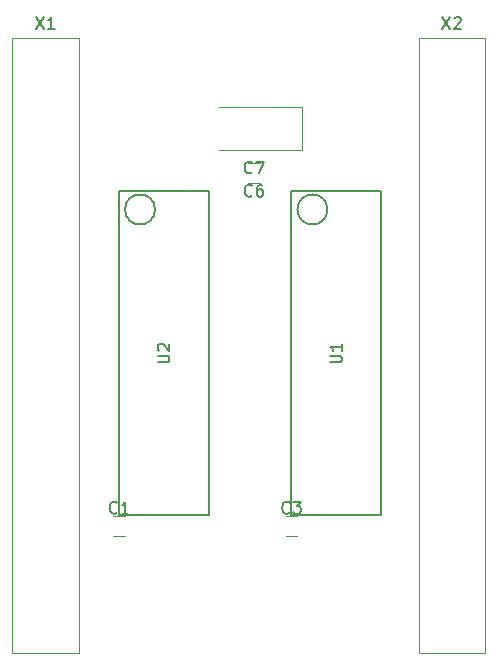
<source format=gto>
G04 #@! TF.GenerationSoftware,KiCad,Pcbnew,(5.0.1-3-g963ef8bb5)*
G04 #@! TF.CreationDate,2019-05-17T23:10:43-07:00*
G04 #@! TF.ProjectId,oakram,6F616B72616D2E6B696361645F706362,rev?*
G04 #@! TF.SameCoordinates,Original*
G04 #@! TF.FileFunction,Legend,Top*
G04 #@! TF.FilePolarity,Positive*
%FSLAX46Y46*%
G04 Gerber Fmt 4.6, Leading zero omitted, Abs format (unit mm)*
G04 Created by KiCad (PCBNEW (5.0.1-3-g963ef8bb5)) date Friday, May 17, 2019 at 11:10:43 PM*
%MOMM*%
%LPD*%
G01*
G04 APERTURE LIST*
%ADD10C,0.150000*%
%ADD11C,0.100000*%
%ADD12C,0.120000*%
G04 APERTURE END LIST*
D10*
G04 #@! TO.C,U2*
X137160000Y-87884000D02*
X137160000Y-115316000D01*
X129540000Y-115316000D02*
X129540000Y-87884000D01*
X129540000Y-87884000D02*
X137160000Y-87884000D01*
X129540000Y-115316000D02*
X137160000Y-115316000D01*
X132588000Y-89408000D02*
G75*
G03X132588000Y-89408000I-1270000J0D01*
G01*
G04 #@! TO.C,U1*
X147193000Y-89408000D02*
G75*
G03X147193000Y-89408000I-1270000J0D01*
G01*
X144145000Y-115316000D02*
X151765000Y-115316000D01*
X144145000Y-87884000D02*
X151765000Y-87884000D01*
X144145000Y-115316000D02*
X144145000Y-87884000D01*
X151765000Y-87884000D02*
X151765000Y-115316000D01*
D11*
G04 #@! TO.C,X1*
X120520000Y-74930000D02*
X126120000Y-74930000D01*
X126120000Y-74930000D02*
X126120000Y-127000000D01*
X126120000Y-127000000D02*
X120520000Y-127000000D01*
X120520000Y-127000000D02*
X120520000Y-74930000D01*
G04 #@! TO.C,X2*
X154934000Y-127000000D02*
X154934000Y-74930000D01*
X160534000Y-127000000D02*
X154934000Y-127000000D01*
X160534000Y-74930000D02*
X160534000Y-127000000D01*
X154934000Y-74930000D02*
X160534000Y-74930000D01*
D12*
G04 #@! TO.C,C1*
X129040000Y-117055000D02*
X130040000Y-117055000D01*
X130040000Y-115355000D02*
X129040000Y-115355000D01*
G04 #@! TO.C,C3*
X143645000Y-117055000D02*
X144645000Y-117055000D01*
X144645000Y-115355000D02*
X143645000Y-115355000D01*
G04 #@! TO.C,C6*
X140470000Y-87210000D02*
X141470000Y-87210000D01*
X141470000Y-85510000D02*
X140470000Y-85510000D01*
G04 #@! TO.C,C7*
X145070000Y-84400000D02*
X145070000Y-80700000D01*
X145070000Y-80700000D02*
X137970000Y-80700000D01*
X145070000Y-84400000D02*
X137970000Y-84400000D01*
G04 #@! TO.C,U2*
D10*
X132802380Y-102361904D02*
X133611904Y-102361904D01*
X133707142Y-102314285D01*
X133754761Y-102266666D01*
X133802380Y-102171428D01*
X133802380Y-101980952D01*
X133754761Y-101885714D01*
X133707142Y-101838095D01*
X133611904Y-101790476D01*
X132802380Y-101790476D01*
X132897619Y-101361904D02*
X132850000Y-101314285D01*
X132802380Y-101219047D01*
X132802380Y-100980952D01*
X132850000Y-100885714D01*
X132897619Y-100838095D01*
X132992857Y-100790476D01*
X133088095Y-100790476D01*
X133230952Y-100838095D01*
X133802380Y-101409523D01*
X133802380Y-100790476D01*
G04 #@! TO.C,U1*
X147407380Y-102361904D02*
X148216904Y-102361904D01*
X148312142Y-102314285D01*
X148359761Y-102266666D01*
X148407380Y-102171428D01*
X148407380Y-101980952D01*
X148359761Y-101885714D01*
X148312142Y-101838095D01*
X148216904Y-101790476D01*
X147407380Y-101790476D01*
X148407380Y-100790476D02*
X148407380Y-101361904D01*
X148407380Y-101076190D02*
X147407380Y-101076190D01*
X147550238Y-101171428D01*
X147645476Y-101266666D01*
X147693095Y-101361904D01*
G04 #@! TO.C,X1*
X122510476Y-73112380D02*
X123177142Y-74112380D01*
X123177142Y-73112380D02*
X122510476Y-74112380D01*
X124081904Y-74112380D02*
X123510476Y-74112380D01*
X123796190Y-74112380D02*
X123796190Y-73112380D01*
X123700952Y-73255238D01*
X123605714Y-73350476D01*
X123510476Y-73398095D01*
G04 #@! TO.C,X2*
X156924476Y-73112380D02*
X157591142Y-74112380D01*
X157591142Y-73112380D02*
X156924476Y-74112380D01*
X157924476Y-73207619D02*
X157972095Y-73160000D01*
X158067333Y-73112380D01*
X158305428Y-73112380D01*
X158400666Y-73160000D01*
X158448285Y-73207619D01*
X158495904Y-73302857D01*
X158495904Y-73398095D01*
X158448285Y-73540952D01*
X157876857Y-74112380D01*
X158495904Y-74112380D01*
G04 #@! TO.C,C1*
X129373333Y-115062142D02*
X129325714Y-115109761D01*
X129182857Y-115157380D01*
X129087619Y-115157380D01*
X128944761Y-115109761D01*
X128849523Y-115014523D01*
X128801904Y-114919285D01*
X128754285Y-114728809D01*
X128754285Y-114585952D01*
X128801904Y-114395476D01*
X128849523Y-114300238D01*
X128944761Y-114205000D01*
X129087619Y-114157380D01*
X129182857Y-114157380D01*
X129325714Y-114205000D01*
X129373333Y-114252619D01*
X130325714Y-115157380D02*
X129754285Y-115157380D01*
X130040000Y-115157380D02*
X130040000Y-114157380D01*
X129944761Y-114300238D01*
X129849523Y-114395476D01*
X129754285Y-114443095D01*
G04 #@! TO.C,C3*
X143978333Y-115062142D02*
X143930714Y-115109761D01*
X143787857Y-115157380D01*
X143692619Y-115157380D01*
X143549761Y-115109761D01*
X143454523Y-115014523D01*
X143406904Y-114919285D01*
X143359285Y-114728809D01*
X143359285Y-114585952D01*
X143406904Y-114395476D01*
X143454523Y-114300238D01*
X143549761Y-114205000D01*
X143692619Y-114157380D01*
X143787857Y-114157380D01*
X143930714Y-114205000D01*
X143978333Y-114252619D01*
X144311666Y-114157380D02*
X144930714Y-114157380D01*
X144597380Y-114538333D01*
X144740238Y-114538333D01*
X144835476Y-114585952D01*
X144883095Y-114633571D01*
X144930714Y-114728809D01*
X144930714Y-114966904D01*
X144883095Y-115062142D01*
X144835476Y-115109761D01*
X144740238Y-115157380D01*
X144454523Y-115157380D01*
X144359285Y-115109761D01*
X144311666Y-115062142D01*
G04 #@! TO.C,C6*
X140803333Y-88217142D02*
X140755714Y-88264761D01*
X140612857Y-88312380D01*
X140517619Y-88312380D01*
X140374761Y-88264761D01*
X140279523Y-88169523D01*
X140231904Y-88074285D01*
X140184285Y-87883809D01*
X140184285Y-87740952D01*
X140231904Y-87550476D01*
X140279523Y-87455238D01*
X140374761Y-87360000D01*
X140517619Y-87312380D01*
X140612857Y-87312380D01*
X140755714Y-87360000D01*
X140803333Y-87407619D01*
X141660476Y-87312380D02*
X141470000Y-87312380D01*
X141374761Y-87360000D01*
X141327142Y-87407619D01*
X141231904Y-87550476D01*
X141184285Y-87740952D01*
X141184285Y-88121904D01*
X141231904Y-88217142D01*
X141279523Y-88264761D01*
X141374761Y-88312380D01*
X141565238Y-88312380D01*
X141660476Y-88264761D01*
X141708095Y-88217142D01*
X141755714Y-88121904D01*
X141755714Y-87883809D01*
X141708095Y-87788571D01*
X141660476Y-87740952D01*
X141565238Y-87693333D01*
X141374761Y-87693333D01*
X141279523Y-87740952D01*
X141231904Y-87788571D01*
X141184285Y-87883809D01*
G04 #@! TO.C,C7*
X140803333Y-86257142D02*
X140755714Y-86304761D01*
X140612857Y-86352380D01*
X140517619Y-86352380D01*
X140374761Y-86304761D01*
X140279523Y-86209523D01*
X140231904Y-86114285D01*
X140184285Y-85923809D01*
X140184285Y-85780952D01*
X140231904Y-85590476D01*
X140279523Y-85495238D01*
X140374761Y-85400000D01*
X140517619Y-85352380D01*
X140612857Y-85352380D01*
X140755714Y-85400000D01*
X140803333Y-85447619D01*
X141136666Y-85352380D02*
X141803333Y-85352380D01*
X141374761Y-86352380D01*
G04 #@! TD*
M02*

</source>
